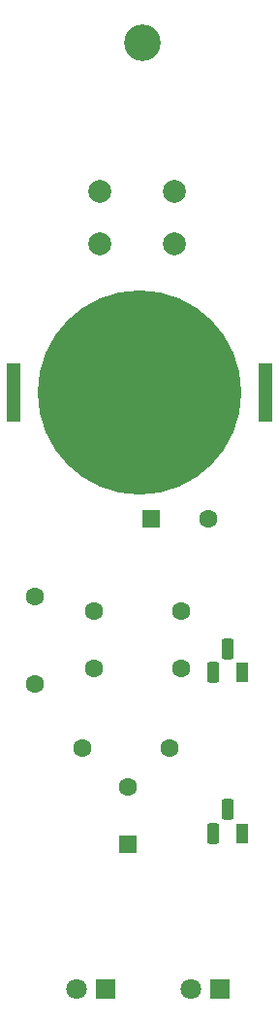
<source format=gbr>
%TF.GenerationSoftware,KiCad,Pcbnew,9.0.2*%
%TF.CreationDate,2025-07-02T03:30:09+03:00*%
%TF.ProjectId,solder submission,736f6c64-6572-4207-9375-626d69737369,rev?*%
%TF.SameCoordinates,Original*%
%TF.FileFunction,Soldermask,Top*%
%TF.FilePolarity,Negative*%
%FSLAX46Y46*%
G04 Gerber Fmt 4.6, Leading zero omitted, Abs format (unit mm)*
G04 Created by KiCad (PCBNEW 9.0.2) date 2025-07-02 03:30:09*
%MOMM*%
%LPD*%
G01*
G04 APERTURE LIST*
G04 Aperture macros list*
%AMRoundRect*
0 Rectangle with rounded corners*
0 $1 Rounding radius*
0 $2 $3 $4 $5 $6 $7 $8 $9 X,Y pos of 4 corners*
0 Add a 4 corners polygon primitive as box body*
4,1,4,$2,$3,$4,$5,$6,$7,$8,$9,$2,$3,0*
0 Add four circle primitives for the rounded corners*
1,1,$1+$1,$2,$3*
1,1,$1+$1,$4,$5*
1,1,$1+$1,$6,$7*
1,1,$1+$1,$8,$9*
0 Add four rect primitives between the rounded corners*
20,1,$1+$1,$2,$3,$4,$5,0*
20,1,$1+$1,$4,$5,$6,$7,0*
20,1,$1+$1,$6,$7,$8,$9,0*
20,1,$1+$1,$8,$9,$2,$3,0*%
G04 Aperture macros list end*
%ADD10C,3.200000*%
%ADD11R,1.270000X5.080000*%
%ADD12C,17.800000*%
%ADD13R,1.800000X1.800000*%
%ADD14C,1.800000*%
%ADD15C,2.000000*%
%ADD16R,1.100000X1.800000*%
%ADD17RoundRect,0.275000X0.275000X0.625000X-0.275000X0.625000X-0.275000X-0.625000X0.275000X-0.625000X0*%
%ADD18C,1.600000*%
%ADD19RoundRect,0.250000X0.550000X-0.550000X0.550000X0.550000X-0.550000X0.550000X-0.550000X-0.550000X0*%
%ADD20RoundRect,0.250000X-0.550000X-0.550000X0.550000X-0.550000X0.550000X0.550000X-0.550000X0.550000X0*%
G04 APERTURE END LIST*
D10*
%TO.C,REF\u002A\u002A*%
X122250000Y-67500000D03*
%TD*%
D11*
%TO.C,BT1*%
X132985000Y-98000000D03*
X111015000Y-98000000D03*
D12*
X122000000Y-98000000D03*
%TD*%
D13*
%TO.C,D1*%
X119000000Y-150000000D03*
D14*
X116460000Y-150000000D03*
%TD*%
D15*
%TO.C,SW1*%
X125000000Y-85000000D03*
X118500000Y-85000000D03*
X125000000Y-80500000D03*
X118500000Y-80500000D03*
%TD*%
D13*
%TO.C,D2*%
X129000000Y-150000000D03*
D14*
X126460000Y-150000000D03*
%TD*%
D16*
%TO.C,Q1*%
X131000000Y-136400000D03*
D17*
X129730000Y-134330000D03*
X128460000Y-136400000D03*
%TD*%
D18*
%TO.C,R1*%
X112870000Y-115750000D03*
X112870000Y-123370000D03*
%TD*%
%TO.C,R4*%
X118000000Y-122000000D03*
X125620000Y-122000000D03*
%TD*%
%TO.C,R3*%
X117000000Y-129000000D03*
X124620000Y-129000000D03*
%TD*%
D16*
%TO.C,Q2*%
X131000000Y-122400000D03*
D17*
X129730000Y-120330000D03*
X128460000Y-122400000D03*
%TD*%
D19*
%TO.C,C2*%
X121000000Y-137402651D03*
D18*
X121000000Y-132402651D03*
%TD*%
%TO.C,R2*%
X118000000Y-117000000D03*
X125620000Y-117000000D03*
%TD*%
D20*
%TO.C,C1*%
X123000000Y-109000000D03*
D18*
X128000000Y-109000000D03*
%TD*%
M02*

</source>
